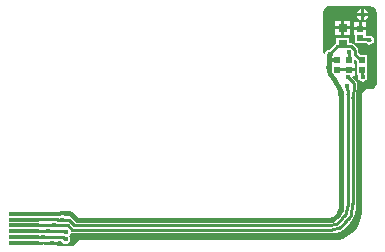
<source format=gbr>
%TF.GenerationSoftware,Altium Limited,Altium Designer,21.8.1 (53)*%
G04 Layer_Physical_Order=1*
G04 Layer_Color=255*
%FSLAX45Y45*%
%MOMM*%
%TF.SameCoordinates,7374835A-4B4A-4399-96A1-91FF428CB2AC*%
%TF.FilePolarity,Positive*%
%TF.FileFunction,Copper,L1,Top,Signal*%
%TF.Part,Single*%
G01*
G75*
%TA.AperFunction,Conductor*%
%ADD10C,0.30480*%
%ADD11C,0.25400*%
%ADD12C,0.40000*%
%TA.AperFunction,SMDPad,CuDef*%
%ADD13R,2.50000X0.30000*%
%ADD14R,0.52000X0.52000*%
%ADD15R,0.52000X0.50000*%
%ADD16R,0.80000X0.70000*%
%TA.AperFunction,ViaPad*%
%ADD17C,0.45000*%
G36*
X2746270Y2061182D02*
X2746289Y2061185D01*
X2746307Y2061182D01*
X3072008Y2061182D01*
X3072018Y2061184D01*
X3072029Y2061182D01*
X3078717Y2061187D01*
X3091838Y2058587D01*
X3104198Y2053475D01*
X3115321Y2046046D01*
X3124777Y2036590D01*
X3132205Y2025468D01*
X3137318Y2013108D01*
X3139917Y1999989D01*
X3139911Y1993303D01*
X3139913Y1993290D01*
X3139911Y1993278D01*
X3139908Y1408343D01*
X3139908Y1408339D01*
X3139908Y1408336D01*
X3139910Y1400809D01*
X3136305Y1386196D01*
X3129302Y1372876D01*
X3119308Y1361624D01*
X3113710Y1357775D01*
X3112197Y1356856D01*
X3107618Y1354868D01*
X3102809Y1353522D01*
X3097861Y1352842D01*
X3095366Y1352843D01*
X3095365Y1352842D01*
X3095364Y1352843D01*
X3056947Y1352842D01*
X3047036Y1350871D01*
X3038635Y1345257D01*
X3023694Y1330317D01*
X3018080Y1321915D01*
X3016109Y1312005D01*
X3016109Y315299D01*
X3016108Y299637D01*
X3012020Y268584D01*
X3003914Y238334D01*
X2991928Y209396D01*
X2976269Y182274D01*
X2957203Y157426D01*
X2935056Y135279D01*
X2910209Y116213D01*
X2883085Y100554D01*
X2854152Y88568D01*
X2823898Y80462D01*
X2792846Y76374D01*
X2777187Y76374D01*
X629910D01*
X629788Y76350D01*
X629667Y76373D01*
X624853Y75368D01*
X620000Y74403D01*
X619896Y74334D01*
X619775Y74308D01*
X615709Y71536D01*
X611598Y68789D01*
X611529Y68686D01*
X611427Y68616D01*
X569503Y25896D01*
X446022Y25896D01*
X438091Y36690D01*
X390000D01*
Y62090D01*
X439538D01*
X446938Y71513D01*
X470367D01*
X471176Y70972D01*
X471990Y66876D01*
X480332Y54393D01*
X492815Y46051D01*
X507541Y43122D01*
X522266Y46051D01*
X534750Y54393D01*
X543091Y66876D01*
X546020Y81602D01*
X543091Y96327D01*
X534750Y108810D01*
X541355Y119671D01*
X544732Y124725D01*
X547475Y127898D01*
X560648Y132906D01*
X564003Y132238D01*
X564004Y132238D01*
X2751114D01*
X2763736Y132034D01*
X2763799Y132028D01*
X2775939Y133224D01*
X2794482Y135051D01*
X2823986Y144000D01*
X2830223Y147334D01*
X2836530Y150678D01*
X2837738Y150918D01*
X2840636Y152855D01*
X2851030Y158423D01*
X2855482Y160802D01*
X2869313Y172152D01*
X2872554Y174318D01*
X2873286Y175413D01*
X2889982Y189116D01*
X2918296Y223616D01*
X2925972Y237977D01*
X2927562Y239852D01*
X2930902Y245867D01*
X2930955Y246033D01*
X2931066Y246167D01*
X2948643Y278741D01*
X2949730Y282272D01*
X2951276Y285630D01*
X2953734Y295886D01*
X2953776Y296967D01*
X2954154Y297982D01*
X2962662Y350646D01*
X2964262Y360548D01*
X2964214Y363018D01*
X2964655Y370124D01*
X2965000Y375653D01*
X2965544Y382569D01*
X2965271D01*
Y1105304D01*
X2966362Y1203513D01*
X2966332Y1203671D01*
X2966364Y1203830D01*
Y1266222D01*
X2967283Y1278878D01*
X2967401Y1279162D01*
X2967264Y1291802D01*
X2968143Y1304277D01*
X2973837Y1384960D01*
X2973812Y1385157D01*
X2973861Y1385349D01*
X2974025Y1388226D01*
X2973911Y1389038D01*
X2974071Y1389843D01*
Y1403460D01*
X2974071Y1403461D01*
X2971902Y1414363D01*
X2965727Y1423605D01*
X2965726Y1423605D01*
X2936352Y1452980D01*
X2939125Y1462495D01*
X2941739Y1465680D01*
X2957410D01*
Y1504380D01*
X2906010D01*
Y1529780D01*
X2957410D01*
Y1568480D01*
X2947250D01*
Y1599569D01*
X2958983Y1604429D01*
X2972987Y1590426D01*
X2972987Y1558836D01*
X2972987Y1546136D01*
Y1474839D01*
X2985740D01*
Y1464393D01*
X2986103Y1462565D01*
X2984524Y1454627D01*
X2987453Y1439902D01*
X2995794Y1427418D01*
X3008278Y1419077D01*
X3023003Y1416148D01*
X3037729Y1419077D01*
X3050212Y1427418D01*
X3058553Y1439902D01*
X3061483Y1454627D01*
X3059644Y1463869D01*
X3058554Y1469352D01*
X3055467Y1474839D01*
X3055467Y1474839D01*
Y1546136D01*
X3055467Y1555318D01*
X3055467Y1568019D01*
Y1639316D01*
X3004671D01*
X2982358Y1661629D01*
Y1688293D01*
X2982359Y1688294D01*
X2980190Y1699196D01*
X2974015Y1708438D01*
X2974014Y1708439D01*
X2944467Y1737985D01*
X2935225Y1744161D01*
X2924324Y1746329D01*
X2924322Y1746329D01*
X2907749D01*
Y1789450D01*
X2797269D01*
Y1742802D01*
X2788666Y1737053D01*
X2788665Y1737052D01*
X2741043Y1689430D01*
X2728575Y1686950D01*
X2716091Y1678609D01*
X2707750Y1666125D01*
X2707259Y1663656D01*
X2701811Y1655504D01*
X2689204Y1657221D01*
X2689204Y2004078D01*
X2689200Y2004098D01*
X2689204Y2004117D01*
X2689196Y2009739D01*
X2691377Y2020770D01*
X2695674Y2031164D01*
X2701917Y2040515D01*
X2709870Y2048468D01*
X2719222Y2054712D01*
X2729615Y2059008D01*
X2740648Y2061190D01*
X2746270Y2061182D01*
D02*
G37*
%LPC*%
G36*
X3034200Y2029712D02*
Y1996100D01*
X3067812D01*
X3066621Y2002089D01*
X3056034Y2017934D01*
X3040189Y2028521D01*
X3034200Y2029712D01*
D02*
G37*
G36*
X3008800D02*
X3002810Y2028521D01*
X2986966Y2017934D01*
X2976379Y2002089D01*
X2975188Y1996100D01*
X3008800D01*
Y2029712D01*
D02*
G37*
G36*
X3067812Y1970700D02*
X3034200D01*
Y1937088D01*
X3040189Y1938279D01*
X3056034Y1948866D01*
X3066621Y1964710D01*
X3067812Y1970700D01*
D02*
G37*
G36*
X3008800D02*
X2975188D01*
X2976379Y1964710D01*
X2986966Y1948866D01*
X3002810Y1938279D01*
X3008800Y1937088D01*
Y1970700D01*
D02*
G37*
G36*
X2917909Y1934605D02*
X2865209D01*
Y1886906D01*
X2917909D01*
Y1934605D01*
D02*
G37*
G36*
X2839809D02*
X2787109D01*
Y1886906D01*
X2839809D01*
Y1934605D01*
D02*
G37*
G36*
X3052327Y1918106D02*
X3013627D01*
Y1879406D01*
X3052327D01*
Y1918106D01*
D02*
G37*
G36*
X2988227D02*
X2949527D01*
Y1879406D01*
X2988227D01*
Y1918106D01*
D02*
G37*
G36*
X2917909Y1861506D02*
X2865209D01*
Y1813806D01*
X2917909D01*
Y1861506D01*
D02*
G37*
G36*
X2839809D02*
X2787109D01*
Y1813806D01*
X2839809D01*
Y1861506D01*
D02*
G37*
G36*
X3052327Y1854006D02*
X2949527D01*
Y1815306D01*
X2959687D01*
Y1745466D01*
X3042166D01*
X3042167Y1745465D01*
X3053129Y1740831D01*
X3065522Y1732550D01*
X3080248Y1729621D01*
X3094973Y1732550D01*
X3107457Y1740891D01*
X3115798Y1753375D01*
X3118727Y1768100D01*
X3115798Y1782825D01*
X3107457Y1795309D01*
X3094973Y1803650D01*
X3080248Y1806579D01*
X3072449Y1805028D01*
X3065027Y1806505D01*
X3065026Y1806504D01*
X3061381D01*
X3052327Y1815306D01*
Y1854006D01*
D02*
G37*
%LPD*%
D10*
X458388Y300100D02*
G03*
X466110Y301127I-124J30480D01*
G01*
X493902Y301124D02*
G03*
X501611Y300100I7834J29456D01*
G01*
X546879Y300099D02*
G03*
X546818Y300100I-236J-30479D01*
G01*
X547072Y300097D02*
G03*
X546879Y300099I-430J-30477D01*
G01*
X493902Y301124D02*
G03*
X466110Y301127I-13902J-51124D01*
G01*
X458388Y300100D02*
X458388D01*
X371844D02*
X458388D01*
X155000D02*
X371844D01*
X546818D02*
X546818D01*
X501611D02*
X546818D01*
X371844D02*
X546848Y305593D01*
X547072Y300097D02*
Y300100D01*
X546868Y305594D02*
X546879Y305594D01*
X546848Y305593D02*
X546868Y305594D01*
X547072Y299444D02*
Y300097D01*
X2735006Y1597079D02*
X2809517D01*
D11*
X2852411Y194462D02*
G03*
X2902656Y253681I-123414J155640D01*
G01*
X2826836Y177237D02*
G03*
X2852411Y194462I-97839J172865D01*
G01*
X2763799Y160726D02*
G03*
X2826835Y177238I0J128580D01*
G01*
X2763748Y160726D02*
G03*
X2763799Y160726I51J128580D01*
G01*
X2763909Y201366D02*
G03*
X2806936Y212673I-111J87940D01*
G01*
X2763719Y201366D02*
G03*
X2763909Y201366I79J87940D01*
G01*
X2821642Y222124D02*
G03*
X2821778Y222222I-92645J127978D01*
G01*
X2806937Y212672D02*
G03*
X2821642Y222124I-77940J137429D01*
G01*
X2821778Y222222D02*
G03*
X2872210Y283383I-92781J127879D01*
G01*
X2936139Y365091D02*
G03*
X2936783Y382569I-236653J17478D01*
G01*
X329145Y50000D02*
G03*
X326137Y49808I114J-25400D01*
G01*
X313188Y49807D02*
G03*
X326137Y49808I6472J50023D01*
G01*
X313188Y49807D02*
G03*
X310175Y50000I-3127J-25207D01*
G01*
X421634Y150475D02*
G03*
X417908Y150184I114J-25400D01*
G01*
X402099Y150183D02*
G03*
X398365Y150475I-3847J-25107D01*
G01*
X502995Y145448D02*
G03*
X484710Y150475I-18285J-30738D01*
G01*
X510000Y140000D02*
G03*
X502995Y145448I-25290J-25290D01*
G01*
X402099Y150183D02*
G03*
X417908Y150184I7901J49818D01*
G01*
X2896143Y1306699D02*
G03*
X2896052Y1308852I-25401J0D01*
G01*
X2937939Y1280949D02*
G03*
X2937876Y1279162I25338J-1788D01*
G01*
X310000Y100000D02*
X482063D01*
X155000Y99830D02*
X319660D01*
X155000D02*
Y100100D01*
X2826835Y177238D02*
X2826836Y177237D01*
X564003Y160726D02*
X2763748D01*
X580837Y201366D02*
X2763719D01*
X2806936Y212673D02*
X2806937Y212672D01*
X2902656Y253681D02*
X2905996Y259696D01*
X2923573Y292269D02*
X2926031Y302525D01*
X535953Y246250D02*
X580837Y201366D01*
X2885391Y311561D02*
X2896143Y382569D01*
X2872210Y283383D02*
X2885391Y311561D01*
X2905996Y259696D02*
X2923573Y292269D01*
X2926031Y302525D02*
X2936139Y365091D01*
X459107Y199560D02*
X525169D01*
X564003Y160726D01*
X2742050Y1655150D02*
X2747050D01*
X360476Y150475D02*
X398365D01*
X359909Y150288D02*
X360099Y150099D01*
X155000Y250154D02*
X267300Y250440D01*
X482063Y100000D02*
X490197Y91866D01*
X502237Y81602D02*
X507541D01*
X491972Y91866D02*
X502237Y81602D01*
X490197Y91866D02*
X491972D01*
X329145Y50000D02*
X389390D01*
X329145D02*
X329145D01*
X240000D02*
X310175D01*
X389390D02*
X390000Y49390D01*
X421634Y150475D02*
X484710D01*
X421634D02*
X421634D01*
X483750Y246250D02*
X535953D01*
X480000Y250000D02*
X483750Y246250D01*
X431043Y200000D02*
X459107Y199560D01*
X267300Y250440D02*
X430893Y250440D01*
X444401Y250000D01*
X409085Y200916D02*
X410000Y200000D01*
X444401Y250000D02*
X480000D01*
X410000Y200000D02*
X431043D01*
X137007Y200108D02*
X249216Y200915D01*
X409085Y200916D01*
X155188Y150288D02*
X359909D01*
X2808809Y1716909D02*
X2830209D01*
X2747050Y1655150D02*
X2808809Y1716909D01*
X2830209D02*
X2852509Y1739210D01*
X2895704Y1453340D02*
X2945583Y1403461D01*
Y1389843D02*
Y1403461D01*
X2904083Y1617733D02*
Y1666749D01*
X2953871Y1649829D02*
X3000500Y1603200D01*
X2903431Y1667402D02*
X2904083Y1666749D01*
X2873877Y1717842D02*
X2924324D01*
X2852509Y1739210D02*
X2873877Y1717842D01*
X2953871Y1649829D02*
Y1688294D01*
X2924324Y1717842D02*
X2953871Y1688294D01*
X2945420Y1386965D02*
X2945583Y1389843D01*
X2819465Y1520200D02*
X2908172D01*
X3014227Y1464393D02*
Y1515079D01*
X3073644Y1769400D02*
X3084500D01*
X3065027Y1778017D02*
X3073644Y1769400D01*
X3014227Y1778017D02*
X3065027D01*
X3005300Y1786944D02*
Y1790700D01*
X3001306Y1786706D02*
X3005300Y1790700D01*
Y1786944D02*
X3014227Y1778017D01*
X3000927Y1786706D02*
X3001306D01*
X2896143Y382569D02*
Y1306699D01*
X2890000Y1380000D02*
X2896052Y1308852D01*
X2937939Y1280949D02*
X2945420Y1386965D01*
X2936783Y382569D02*
Y1105460D01*
X2937876Y1203830D02*
Y1279162D01*
X2936783Y1105460D02*
X2937876Y1203830D01*
D12*
X2829356Y1356737D02*
G03*
X2832166Y1349923I38228J11775D01*
G01*
X2829356Y1356737D02*
G03*
X2778611Y1441985I-197330J-59737D01*
G01*
X2838200Y1297000D02*
G03*
X2837601Y1312704I-206174J0D01*
G01*
X2837451Y335051D02*
G03*
X2837452Y335227I-40000J176D01*
G01*
X2837500Y1328569D02*
G03*
X2837273Y1333106I-45400J3D01*
G01*
X2763941Y249306D02*
G03*
X2783545Y254520I-142J40000D01*
G01*
D02*
G03*
X2837435Y331324I-54549J95582D01*
G01*
X2778611Y1441985D02*
G03*
X2777105Y1443430I-28439J-28129D01*
G01*
X2837499Y1315403D02*
G03*
X2837601Y1312704I40000J164D01*
G01*
X2837273Y1333106D02*
G03*
X2832166Y1349923I-45173J-4534D01*
G01*
X2735006Y1539561D02*
G03*
X2777105Y1443431I130802J-0D01*
G01*
X2777105Y1443430D02*
X2777105Y1443430D01*
X2837494Y1240100D02*
X2837498Y1297000D01*
X550000Y300000D02*
X600694Y249306D01*
X2763941D01*
X2837451Y470000D02*
X2837500Y1240100D01*
X2837451Y335227D02*
Y470000D01*
X2837435Y331324D02*
X2837451Y335051D01*
X2837499Y1315405D02*
X2837500Y1328569D01*
X2735006Y1539561D02*
X2735006Y1597079D01*
X2735006Y1539561D02*
Y1539561D01*
X2735006Y1641753D02*
X2743300Y1650047D01*
Y1651400D01*
X2735006Y1597079D02*
Y1641753D01*
D13*
X155000Y300100D02*
D03*
Y250100D02*
D03*
Y200100D02*
D03*
Y150100D02*
D03*
Y100100D02*
D03*
Y50100D02*
D03*
D14*
X2906010Y1597080D02*
D03*
Y1517080D02*
D03*
X2809517Y1597079D02*
D03*
Y1517079D02*
D03*
X3000927Y1786706D02*
D03*
Y1866706D02*
D03*
D15*
X3014227Y1599076D02*
D03*
Y1515079D02*
D03*
D16*
X2852509Y1739210D02*
D03*
Y1874206D02*
D03*
D17*
X511090Y142306D02*
D03*
X507541Y81602D02*
D03*
X410000Y200000D02*
D03*
X319660Y99830D02*
D03*
X390000Y49390D02*
D03*
X480000Y250000D02*
D03*
X360476Y150475D02*
D03*
X547072Y299444D02*
D03*
X2743300Y1651400D02*
D03*
X2895704Y1453340D02*
D03*
X2903431Y1667402D02*
D03*
X3080248Y1768100D02*
D03*
X2890000Y1380000D02*
D03*
X3023003Y1454627D02*
D03*
X3021500Y1983400D02*
D03*
%TF.MD5,cf4a2db72149a7dfee177d8133286c04*%
M02*

</source>
